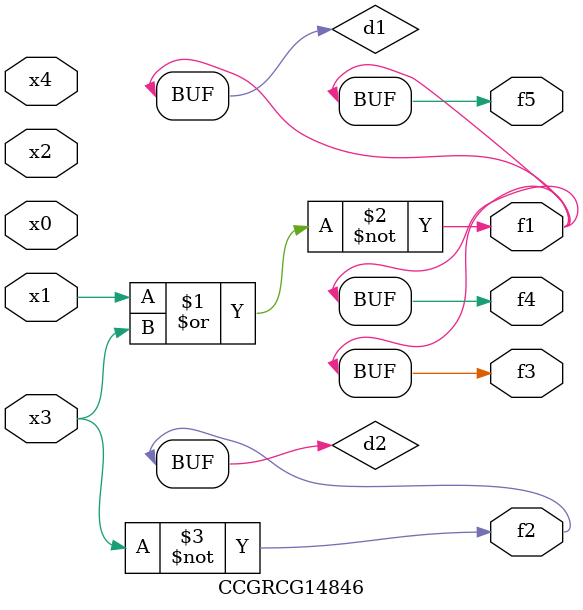
<source format=v>
module CCGRCG14846(
	input x0, x1, x2, x3, x4,
	output f1, f2, f3, f4, f5
);

	wire d1, d2;

	nor (d1, x1, x3);
	not (d2, x3);
	assign f1 = d1;
	assign f2 = d2;
	assign f3 = d1;
	assign f4 = d1;
	assign f5 = d1;
endmodule

</source>
